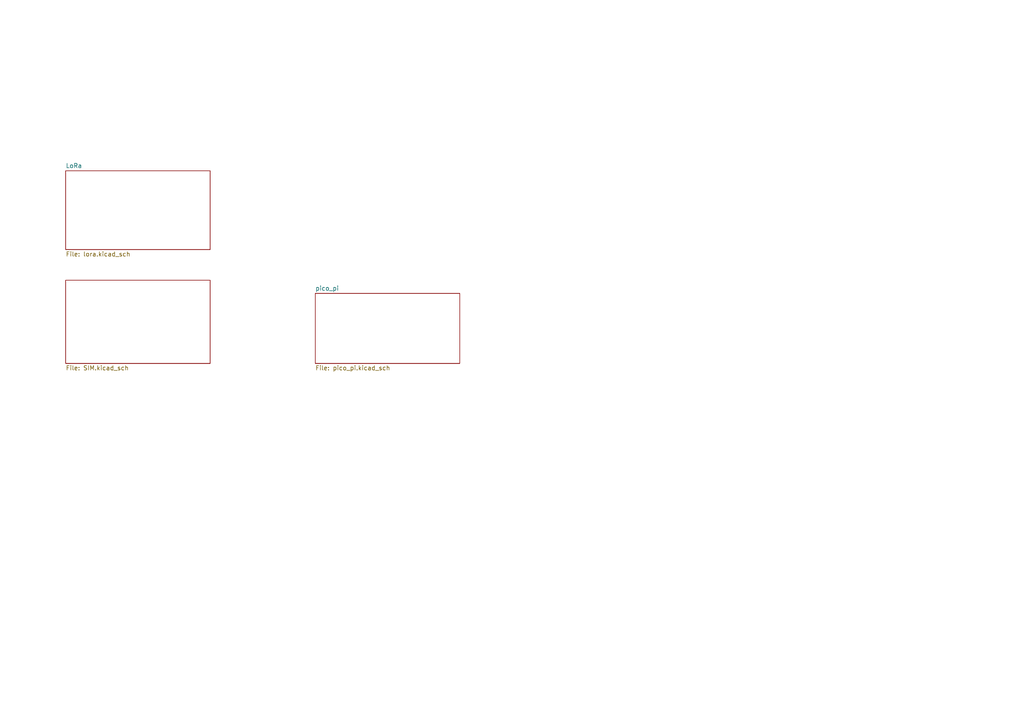
<source format=kicad_sch>
(kicad_sch
	(version 20231120)
	(generator "eeschema")
	(generator_version "8.0")
	(uuid "e946c318-fd4c-4e38-9119-73b21c9a8418")
	(paper "A4")
	(title_block
		(title "Lora Multichannel Gateway STM32")
		(rev "2.0")
		(company "Marius Schmid")
	)
	(lib_symbols)
	(sheet
		(at 19.05 81.28)
		(size 41.91 24.13)
		(fields_autoplaced yes)
		(stroke
			(width 0.1524)
			(type solid)
		)
		(fill
			(color 0 0 0 0.0000)
		)
		(uuid "77559526-3e8c-4298-b38c-78789c5ef2e2")
		(property "Sheetname" "SIM"
			(at 19.05 80.5684 0)
			(effects
				(font
					(size 1.27 1.27)
				)
				(justify left bottom)
				(hide yes)
			)
		)
		(property "Sheetfile" "SIM.kicad_sch"
			(at 19.05 105.9946 0)
			(effects
				(font
					(size 1.27 1.27)
				)
				(justify left top)
			)
		)
		(instances
			(project "hekate_pcb"
				(path "/e946c318-fd4c-4e38-9119-73b21c9a8418"
					(page "4")
				)
			)
		)
	)
	(sheet
		(at 91.44 85.09)
		(size 41.91 20.32)
		(fields_autoplaced yes)
		(stroke
			(width 0.1524)
			(type solid)
		)
		(fill
			(color 0 0 0 0.0000)
		)
		(uuid "903a401a-7dd9-488e-85a5-029b887791c7")
		(property "Sheetname" "pico_pi"
			(at 91.44 84.3784 0)
			(effects
				(font
					(size 1.27 1.27)
				)
				(justify left bottom)
			)
		)
		(property "Sheetfile" "pico_pi.kicad_sch"
			(at 91.44 105.9946 0)
			(effects
				(font
					(size 1.27 1.27)
				)
				(justify left top)
			)
		)
		(instances
			(project "hekate_pcb"
				(path "/e946c318-fd4c-4e38-9119-73b21c9a8418"
					(page "5")
				)
			)
		)
	)
	(sheet
		(at 19.05 49.53)
		(size 41.91 22.86)
		(fields_autoplaced yes)
		(stroke
			(width 0.1524)
			(type solid)
		)
		(fill
			(color 0 0 0 0.0000)
		)
		(uuid "a0c4d1d3-fd6a-4e9a-b069-4caa221c1de5")
		(property "Sheetname" "LoRa"
			(at 19.05 48.8184 0)
			(effects
				(font
					(size 1.27 1.27)
				)
				(justify left bottom)
			)
		)
		(property "Sheetfile" "lora.kicad_sch"
			(at 19.05 72.9746 0)
			(effects
				(font
					(size 1.27 1.27)
				)
				(justify left top)
			)
		)
		(property "Field2" ""
			(at 19.05 49.53 0)
			(effects
				(font
					(size 1.27 1.27)
				)
				(hide yes)
			)
		)
		(instances
			(project "hekate_pcb"
				(path "/e946c318-fd4c-4e38-9119-73b21c9a8418"
					(page "3")
				)
			)
		)
	)
	(sheet_instances
		(path "/"
			(page "1")
		)
	)
)
</source>
